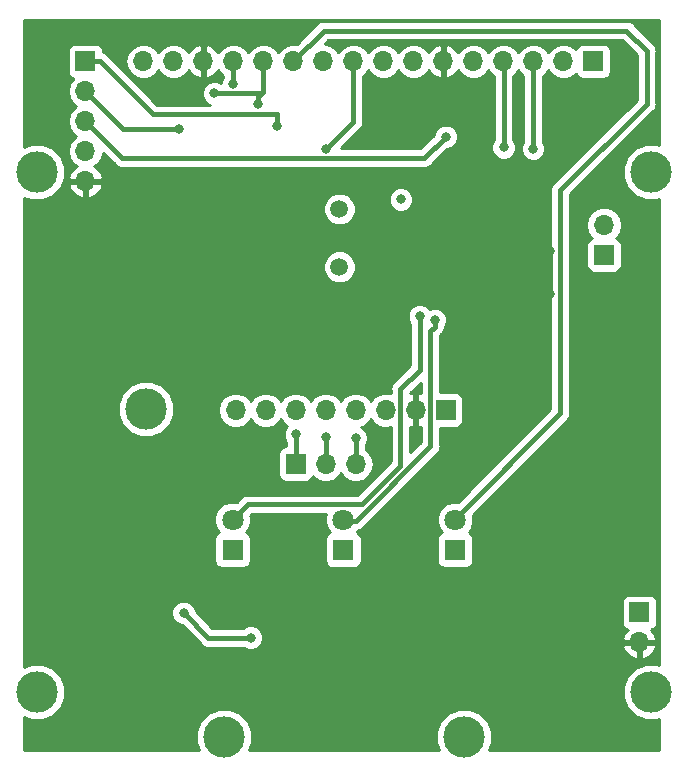
<source format=gbr>
G04 #@! TF.GenerationSoftware,KiCad,Pcbnew,(5.0.2)-1*
G04 #@! TF.CreationDate,2019-02-21T14:25:41+00:00*
G04 #@! TF.ProjectId,AircraftDataLogger,41697263-7261-4667-9444-6174614c6f67,rev?*
G04 #@! TF.SameCoordinates,Original*
G04 #@! TF.FileFunction,Copper,L2,Bot*
G04 #@! TF.FilePolarity,Positive*
%FSLAX46Y46*%
G04 Gerber Fmt 4.6, Leading zero omitted, Abs format (unit mm)*
G04 Created by KiCad (PCBNEW (5.0.2)-1) date 21/02/2019 14:25:41*
%MOMM*%
%LPD*%
G01*
G04 APERTURE LIST*
G04 #@! TA.AperFunction,ComponentPad*
%ADD10C,3.500000*%
G04 #@! TD*
G04 #@! TA.AperFunction,ComponentPad*
%ADD11C,1.800000*%
G04 #@! TD*
G04 #@! TA.AperFunction,ComponentPad*
%ADD12R,1.800000X1.800000*%
G04 #@! TD*
G04 #@! TA.AperFunction,ComponentPad*
%ADD13R,1.700000X1.700000*%
G04 #@! TD*
G04 #@! TA.AperFunction,ComponentPad*
%ADD14O,1.700000X1.700000*%
G04 #@! TD*
G04 #@! TA.AperFunction,ComponentPad*
%ADD15C,1.500000*%
G04 #@! TD*
G04 #@! TA.AperFunction,ViaPad*
%ADD16C,0.800000*%
G04 #@! TD*
G04 #@! TA.AperFunction,Conductor*
%ADD17C,0.400000*%
G04 #@! TD*
G04 #@! TA.AperFunction,Conductor*
%ADD18C,0.254000*%
G04 #@! TD*
G04 APERTURE END LIST*
D10*
G04 #@! TO.P,TL,1*
G04 #@! TO.N,N/C*
X52200000Y-59000000D03*
G04 #@! TD*
G04 #@! TO.P,uSDR,1*
G04 #@! TO.N,N/C*
X88360000Y-106800000D03*
G04 #@! TD*
G04 #@! TO.P,uSDL,1*
G04 #@! TO.N,N/C*
X68040000Y-106800000D03*
G04 #@! TD*
G04 #@! TO.P,BL,1*
G04 #@! TO.N,N/C*
X104200000Y-103000000D03*
G04 #@! TD*
G04 #@! TO.P,TR,1*
G04 #@! TO.N,N/C*
X104200000Y-59000000D03*
G04 #@! TD*
G04 #@! TO.P,GPS,1*
G04 #@! TO.N,N/C*
X61400000Y-79060000D03*
G04 #@! TD*
D11*
G04 #@! TO.P,D1,2*
G04 #@! TO.N,FIX*
X87600000Y-88410000D03*
D12*
G04 #@! TO.P,D1,1*
G04 #@! TO.N,Net-(D1-Pad1)*
X87600000Y-90950000D03*
G04 #@! TD*
G04 #@! TO.P,D2,1*
G04 #@! TO.N,Net-(D2-Pad1)*
X68750000Y-90950000D03*
D11*
G04 #@! TO.P,D2,2*
G04 #@! TO.N,STABLE*
X68750000Y-88410000D03*
G04 #@! TD*
D12*
G04 #@! TO.P,D3,1*
G04 #@! TO.N,Net-(D3-Pad1)*
X78124000Y-90964600D03*
D11*
G04 #@! TO.P,D3,2*
G04 #@! TO.N,REC*
X78124000Y-88424600D03*
G04 #@! TD*
D13*
G04 #@! TO.P,J1,1*
G04 #@! TO.N,Net-(J1-Pad1)*
X86800000Y-79130000D03*
D14*
G04 #@! TO.P,J1,2*
G04 #@! TO.N,GND*
X84260000Y-79130000D03*
G04 #@! TO.P,J1,3*
G04 #@! TO.N,3V3*
X81720000Y-79130000D03*
G04 #@! TO.P,J1,4*
G04 #@! TO.N,SCK*
X79180000Y-79130000D03*
G04 #@! TO.P,J1,5*
G04 #@! TO.N,MISO*
X76640000Y-79130000D03*
G04 #@! TO.P,J1,6*
G04 #@! TO.N,MOSI*
X74100000Y-79130000D03*
G04 #@! TO.P,J1,7*
G04 #@! TO.N,CS*
X71560000Y-79130000D03*
G04 #@! TO.P,J1,8*
G04 #@! TO.N,Net-(J1-Pad8)*
X69020000Y-79130000D03*
G04 #@! TD*
D15*
G04 #@! TO.P,Y1,1*
G04 #@! TO.N,Net-(C2-Pad2)*
X77800000Y-67000000D03*
G04 #@! TO.P,Y1,2*
G04 #@! TO.N,Net-(C1-Pad2)*
X77800000Y-62120000D03*
G04 #@! TD*
D10*
G04 #@! TO.P,BL,1*
G04 #@! TO.N,N/C*
X52200000Y-103000000D03*
G04 #@! TD*
D13*
G04 #@! TO.P,J2,1*
G04 #@! TO.N,Net-(J2-Pad1)*
X99300000Y-49600000D03*
D14*
G04 #@! TO.P,J2,2*
G04 #@! TO.N,Net-(J2-Pad2)*
X96760000Y-49600000D03*
G04 #@! TO.P,J2,3*
G04 #@! TO.N,SDA*
X94220000Y-49600000D03*
G04 #@! TO.P,J2,4*
G04 #@! TO.N,SCL*
X91680000Y-49600000D03*
G04 #@! TO.P,J2,5*
G04 #@! TO.N,3V3*
X89140000Y-49600000D03*
G04 #@! TO.P,J2,6*
G04 #@! TO.N,GND*
X86600000Y-49600000D03*
G04 #@! TO.P,J2,7*
G04 #@! TO.N,Net-(J2-Pad7)*
X84060000Y-49600000D03*
G04 #@! TO.P,J2,8*
G04 #@! TO.N,Net-(J2-Pad8)*
X81520000Y-49600000D03*
G04 #@! TO.P,J2,9*
G04 #@! TO.N,ENABLE*
X78980000Y-49600000D03*
G04 #@! TO.P,J2,10*
G04 #@! TO.N,Net-(J2-Pad10)*
X76440000Y-49600000D03*
G04 #@! TO.P,J2,11*
G04 #@! TO.N,FIX*
X73900000Y-49600000D03*
G04 #@! TO.P,J2,12*
G04 #@! TO.N,RXD*
X71360000Y-49600000D03*
G04 #@! TO.P,J2,13*
G04 #@! TO.N,TXD*
X68820000Y-49600000D03*
G04 #@! TO.P,J2,14*
G04 #@! TO.N,GND*
X66280000Y-49600000D03*
G04 #@! TO.P,J2,15*
G04 #@! TO.N,3V3*
X63740000Y-49600000D03*
G04 #@! TO.P,J2,16*
G04 #@! TO.N,Net-(J2-Pad16)*
X61200000Y-49600000D03*
G04 #@! TD*
G04 #@! TO.P,J4,2*
G04 #@! TO.N,Net-(J4-Pad2)*
X100200000Y-63460000D03*
D13*
G04 #@! TO.P,J4,1*
G04 #@! TO.N,3V3*
X100200000Y-66000000D03*
G04 #@! TD*
G04 #@! TO.P,J5,1*
G04 #@! TO.N,+9V*
X103200000Y-96260000D03*
D14*
G04 #@! TO.P,J5,2*
G04 #@! TO.N,GND*
X103200000Y-98800000D03*
G04 #@! TD*
D13*
G04 #@! TO.P,J6,1*
G04 #@! TO.N,MOSI*
X74100000Y-83700000D03*
D14*
G04 #@! TO.P,J6,2*
G04 #@! TO.N,MISO*
X76640000Y-83700000D03*
G04 #@! TO.P,J6,3*
G04 #@! TO.N,SCK*
X79180000Y-83700000D03*
G04 #@! TD*
D13*
G04 #@! TO.P,J3,1*
G04 #@! TO.N,TXD*
X56300000Y-49600000D03*
D14*
G04 #@! TO.P,J3,2*
G04 #@! TO.N,RXD*
X56300000Y-52140000D03*
G04 #@! TO.P,J3,3*
G04 #@! TO.N,RESET*
X56300000Y-54680000D03*
G04 #@! TO.P,J3,4*
G04 #@! TO.N,3V3*
X56300000Y-57220000D03*
G04 #@! TO.P,J3,5*
G04 #@! TO.N,GND*
X56300000Y-59760000D03*
G04 #@! TD*
D16*
G04 #@! TO.N,GND*
X95500000Y-99100000D03*
X64000000Y-98400000D03*
X70500000Y-64300000D03*
X95600000Y-65700000D03*
X95600000Y-69300000D03*
X100200000Y-72900000D03*
X82700000Y-63600000D03*
X97000000Y-83800000D03*
G04 #@! TO.N,3V3*
X83000000Y-61300000D03*
G04 #@! TO.N,STABLE*
X84600000Y-71200000D03*
G04 #@! TO.N,REC*
X85900000Y-71500000D03*
G04 #@! TO.N,RXD*
X70900000Y-53200000D03*
X64200000Y-55300000D03*
X67200000Y-52300000D03*
G04 #@! TO.N,TXD*
X72500000Y-55100000D03*
X68800000Y-51500000D03*
G04 #@! TO.N,MOSI*
X74100000Y-81200000D03*
G04 #@! TO.N,MISO*
X76700000Y-81400000D03*
G04 #@! TO.N,SCK*
X79200000Y-81500000D03*
G04 #@! TO.N,SDA*
X94200000Y-57000000D03*
G04 #@! TO.N,SCL*
X91700000Y-56900000D03*
G04 #@! TO.N,ENABLE*
X76700000Y-57000000D03*
X64600000Y-96300000D03*
X70300000Y-98400000D03*
G04 #@! TO.N,RESET*
X86800000Y-56000000D03*
G04 #@! TD*
D17*
G04 #@! TO.N,GND*
X69934315Y-64300000D02*
X67134315Y-67100000D01*
X70500000Y-64300000D02*
X69934315Y-64300000D01*
X67134315Y-67100000D02*
X56600000Y-67100000D01*
X95600000Y-65700000D02*
X95600000Y-66265685D01*
X95600000Y-66265685D02*
X95600000Y-69300000D01*
G04 #@! TO.N,FIX*
X73900000Y-49600000D02*
X76500000Y-47000000D01*
X76500000Y-47000000D02*
X102100000Y-47000000D01*
X102100000Y-47000000D02*
X103800000Y-48700000D01*
X103800000Y-48700000D02*
X103800000Y-53200000D01*
X103800000Y-53200000D02*
X96500000Y-60500000D01*
X96500000Y-60500000D02*
X96500000Y-79400000D01*
X96500000Y-79400000D02*
X87500000Y-88400000D01*
G04 #@! TO.N,STABLE*
X70035401Y-87124599D02*
X79675401Y-87124599D01*
X68750000Y-88410000D02*
X70035401Y-87124599D01*
X82970001Y-83829999D02*
X82970001Y-77329999D01*
X79675401Y-87124599D02*
X82970001Y-83829999D01*
X82970001Y-77329999D02*
X84600000Y-75700000D01*
X84600000Y-75700000D02*
X84600000Y-71200000D01*
G04 #@! TO.N,REC*
X85510001Y-72455684D02*
X85510001Y-82189999D01*
X85900000Y-71500000D02*
X85900000Y-72065685D01*
X85900000Y-72065685D02*
X85510001Y-72455684D01*
X85510001Y-82189999D02*
X79200000Y-88500000D01*
X79200000Y-88500000D02*
X78200000Y-88500000D01*
X78200000Y-88500000D02*
X78100000Y-88400000D01*
G04 #@! TO.N,RXD*
X56300000Y-52140000D02*
X59460000Y-55300000D01*
X59460000Y-55300000D02*
X64200000Y-55300000D01*
X70900000Y-52634315D02*
X71300000Y-52234315D01*
X70900000Y-53200000D02*
X70900000Y-52634315D01*
X71300000Y-52234315D02*
X71300000Y-49700000D01*
X71300000Y-49700000D02*
X71400000Y-49600000D01*
X71234315Y-52300000D02*
X71300000Y-52234315D01*
X67200000Y-52300000D02*
X71234315Y-52300000D01*
G04 #@! TO.N,TXD*
X62050000Y-54100000D02*
X72500000Y-54100000D01*
X57550000Y-49600000D02*
X62050000Y-54100000D01*
X56300000Y-49600000D02*
X57550000Y-49600000D01*
X72500000Y-55100000D02*
X72500000Y-54100000D01*
X68800000Y-51500000D02*
X68800000Y-50934315D01*
X68800000Y-50934315D02*
X68800000Y-49700000D01*
G04 #@! TO.N,MOSI*
X74100000Y-81200000D02*
X74100000Y-83700000D01*
G04 #@! TO.N,MISO*
X76700000Y-81400000D02*
X76700000Y-83600000D01*
X76700000Y-83600000D02*
X76600000Y-83700000D01*
G04 #@! TO.N,SCK*
X79200000Y-81500000D02*
X79200000Y-83700000D01*
G04 #@! TO.N,SDA*
X94200000Y-57000000D02*
X94200000Y-49600000D01*
G04 #@! TO.N,SCL*
X91700000Y-56900000D02*
X91700000Y-49700000D01*
G04 #@! TO.N,ENABLE*
X78980000Y-49600000D02*
X78980000Y-54720000D01*
X78980000Y-54720000D02*
X76700000Y-57000000D01*
X64600000Y-96300000D02*
X66700000Y-98400000D01*
X66700000Y-98400000D02*
X70300000Y-98400000D01*
G04 #@! TO.N,RESET*
X56300000Y-54680000D02*
X59420000Y-57800000D01*
X59420000Y-57800000D02*
X85000000Y-57800000D01*
X85000000Y-57800000D02*
X86800000Y-56000000D01*
G04 #@! TD*
D18*
G04 #@! TO.N,GND*
G36*
X104873000Y-56697261D02*
X104674406Y-56615000D01*
X103725594Y-56615000D01*
X102849006Y-56978095D01*
X102178095Y-57649006D01*
X101815000Y-58525594D01*
X101815000Y-59474406D01*
X102178095Y-60350994D01*
X102849006Y-61021905D01*
X103725594Y-61385000D01*
X104674406Y-61385000D01*
X104873000Y-61302739D01*
X104873000Y-100697260D01*
X104674406Y-100615000D01*
X103725594Y-100615000D01*
X102849006Y-100978095D01*
X102178095Y-101649006D01*
X101815000Y-102525594D01*
X101815000Y-103474406D01*
X102178095Y-104350994D01*
X102849006Y-105021905D01*
X103725594Y-105385000D01*
X104674406Y-105385000D01*
X104873000Y-105302740D01*
X104873000Y-107873000D01*
X90497054Y-107873000D01*
X90745000Y-107274406D01*
X90745000Y-106325594D01*
X90381905Y-105449006D01*
X89710994Y-104778095D01*
X88834406Y-104415000D01*
X87885594Y-104415000D01*
X87009006Y-104778095D01*
X86338095Y-105449006D01*
X85975000Y-106325594D01*
X85975000Y-107274406D01*
X86222946Y-107873000D01*
X70177054Y-107873000D01*
X70425000Y-107274406D01*
X70425000Y-106325594D01*
X70061905Y-105449006D01*
X69390994Y-104778095D01*
X68514406Y-104415000D01*
X67565594Y-104415000D01*
X66689006Y-104778095D01*
X66018095Y-105449006D01*
X65655000Y-106325594D01*
X65655000Y-107274406D01*
X65902946Y-107873000D01*
X51127000Y-107873000D01*
X51127000Y-105137054D01*
X51725594Y-105385000D01*
X52674406Y-105385000D01*
X53550994Y-105021905D01*
X54221905Y-104350994D01*
X54585000Y-103474406D01*
X54585000Y-102525594D01*
X54221905Y-101649006D01*
X53550994Y-100978095D01*
X52674406Y-100615000D01*
X51725594Y-100615000D01*
X51127000Y-100862946D01*
X51127000Y-96094126D01*
X63565000Y-96094126D01*
X63565000Y-96505874D01*
X63722569Y-96886280D01*
X64013720Y-97177431D01*
X64394126Y-97335000D01*
X64454133Y-97335000D01*
X66051417Y-98932285D01*
X66097999Y-99002001D01*
X66374199Y-99186552D01*
X66617763Y-99235000D01*
X66617766Y-99235000D01*
X66699999Y-99251357D01*
X66782232Y-99235000D01*
X69671289Y-99235000D01*
X69713720Y-99277431D01*
X70094126Y-99435000D01*
X70505874Y-99435000D01*
X70886280Y-99277431D01*
X71006821Y-99156890D01*
X101758524Y-99156890D01*
X101928355Y-99566924D01*
X102318642Y-99995183D01*
X102843108Y-100241486D01*
X103073000Y-100120819D01*
X103073000Y-98927000D01*
X103327000Y-98927000D01*
X103327000Y-100120819D01*
X103556892Y-100241486D01*
X104081358Y-99995183D01*
X104471645Y-99566924D01*
X104641476Y-99156890D01*
X104520155Y-98927000D01*
X103327000Y-98927000D01*
X103073000Y-98927000D01*
X101879845Y-98927000D01*
X101758524Y-99156890D01*
X71006821Y-99156890D01*
X71177431Y-98986280D01*
X71335000Y-98605874D01*
X71335000Y-98194126D01*
X71177431Y-97813720D01*
X70886280Y-97522569D01*
X70505874Y-97365000D01*
X70094126Y-97365000D01*
X69713720Y-97522569D01*
X69671289Y-97565000D01*
X67045869Y-97565000D01*
X65635000Y-96154133D01*
X65635000Y-96094126D01*
X65477431Y-95713720D01*
X65186280Y-95422569D01*
X65155936Y-95410000D01*
X101702560Y-95410000D01*
X101702560Y-97110000D01*
X101751843Y-97357765D01*
X101892191Y-97567809D01*
X102102235Y-97708157D01*
X102205708Y-97728739D01*
X101928355Y-98033076D01*
X101758524Y-98443110D01*
X101879845Y-98673000D01*
X103073000Y-98673000D01*
X103073000Y-98653000D01*
X103327000Y-98653000D01*
X103327000Y-98673000D01*
X104520155Y-98673000D01*
X104641476Y-98443110D01*
X104471645Y-98033076D01*
X104194292Y-97728739D01*
X104297765Y-97708157D01*
X104507809Y-97567809D01*
X104648157Y-97357765D01*
X104697440Y-97110000D01*
X104697440Y-95410000D01*
X104648157Y-95162235D01*
X104507809Y-94952191D01*
X104297765Y-94811843D01*
X104050000Y-94762560D01*
X102350000Y-94762560D01*
X102102235Y-94811843D01*
X101892191Y-94952191D01*
X101751843Y-95162235D01*
X101702560Y-95410000D01*
X65155936Y-95410000D01*
X64805874Y-95265000D01*
X64394126Y-95265000D01*
X64013720Y-95422569D01*
X63722569Y-95713720D01*
X63565000Y-96094126D01*
X51127000Y-96094126D01*
X51127000Y-90050000D01*
X67202560Y-90050000D01*
X67202560Y-91850000D01*
X67251843Y-92097765D01*
X67392191Y-92307809D01*
X67602235Y-92448157D01*
X67850000Y-92497440D01*
X69650000Y-92497440D01*
X69897765Y-92448157D01*
X70107809Y-92307809D01*
X70248157Y-92097765D01*
X70297440Y-91850000D01*
X70297440Y-90050000D01*
X70248157Y-89802235D01*
X70107809Y-89592191D01*
X69897765Y-89451843D01*
X69882092Y-89448725D01*
X70051310Y-89279507D01*
X70285000Y-88715330D01*
X70285000Y-88104670D01*
X70270706Y-88070162D01*
X70381269Y-87959599D01*
X76655138Y-87959599D01*
X76589000Y-88119270D01*
X76589000Y-88729930D01*
X76822690Y-89294107D01*
X76991908Y-89463325D01*
X76976235Y-89466443D01*
X76766191Y-89606791D01*
X76625843Y-89816835D01*
X76576560Y-90064600D01*
X76576560Y-91864600D01*
X76625843Y-92112365D01*
X76766191Y-92322409D01*
X76976235Y-92462757D01*
X77224000Y-92512040D01*
X79024000Y-92512040D01*
X79271765Y-92462757D01*
X79481809Y-92322409D01*
X79622157Y-92112365D01*
X79671440Y-91864600D01*
X79671440Y-90064600D01*
X79622157Y-89816835D01*
X79481809Y-89606791D01*
X79271765Y-89466443D01*
X79256092Y-89463325D01*
X79409789Y-89309628D01*
X79525801Y-89286552D01*
X79802001Y-89102001D01*
X79848587Y-89032280D01*
X86042284Y-82838584D01*
X86112002Y-82792000D01*
X86296553Y-82515800D01*
X86345001Y-82272236D01*
X86345001Y-82272232D01*
X86361358Y-82189999D01*
X86345001Y-82107766D01*
X86345001Y-80627440D01*
X87650000Y-80627440D01*
X87897765Y-80578157D01*
X88107809Y-80437809D01*
X88248157Y-80227765D01*
X88297440Y-79980000D01*
X88297440Y-78280000D01*
X88248157Y-78032235D01*
X88107809Y-77822191D01*
X87897765Y-77681843D01*
X87650000Y-77632560D01*
X86345001Y-77632560D01*
X86345001Y-72801551D01*
X86432280Y-72714272D01*
X86502001Y-72667686D01*
X86686552Y-72391486D01*
X86735000Y-72147922D01*
X86739770Y-72123941D01*
X86777431Y-72086280D01*
X86935000Y-71705874D01*
X86935000Y-71294126D01*
X86777431Y-70913720D01*
X86486280Y-70622569D01*
X86105874Y-70465000D01*
X85694126Y-70465000D01*
X85435738Y-70572027D01*
X85186280Y-70322569D01*
X84805874Y-70165000D01*
X84394126Y-70165000D01*
X84013720Y-70322569D01*
X83722569Y-70613720D01*
X83565000Y-70994126D01*
X83565000Y-71405874D01*
X83722569Y-71786280D01*
X83765001Y-71828712D01*
X83765000Y-75354132D01*
X82437719Y-76681414D01*
X82368001Y-76727998D01*
X82321417Y-76797716D01*
X82183449Y-77004199D01*
X82118644Y-77329999D01*
X82135002Y-77412237D01*
X82135002Y-77698457D01*
X81866256Y-77645000D01*
X81573744Y-77645000D01*
X81140582Y-77731161D01*
X80649375Y-78059375D01*
X80450000Y-78357761D01*
X80250625Y-78059375D01*
X79759418Y-77731161D01*
X79326256Y-77645000D01*
X79033744Y-77645000D01*
X78600582Y-77731161D01*
X78109375Y-78059375D01*
X77910000Y-78357761D01*
X77710625Y-78059375D01*
X77219418Y-77731161D01*
X76786256Y-77645000D01*
X76493744Y-77645000D01*
X76060582Y-77731161D01*
X75569375Y-78059375D01*
X75370000Y-78357761D01*
X75170625Y-78059375D01*
X74679418Y-77731161D01*
X74246256Y-77645000D01*
X73953744Y-77645000D01*
X73520582Y-77731161D01*
X73029375Y-78059375D01*
X72830000Y-78357761D01*
X72630625Y-78059375D01*
X72139418Y-77731161D01*
X71706256Y-77645000D01*
X71413744Y-77645000D01*
X70980582Y-77731161D01*
X70489375Y-78059375D01*
X70290000Y-78357761D01*
X70090625Y-78059375D01*
X69599418Y-77731161D01*
X69166256Y-77645000D01*
X68873744Y-77645000D01*
X68440582Y-77731161D01*
X67949375Y-78059375D01*
X67621161Y-78550582D01*
X67505908Y-79130000D01*
X67621161Y-79709418D01*
X67949375Y-80200625D01*
X68440582Y-80528839D01*
X68873744Y-80615000D01*
X69166256Y-80615000D01*
X69599418Y-80528839D01*
X70090625Y-80200625D01*
X70290000Y-79902239D01*
X70489375Y-80200625D01*
X70980582Y-80528839D01*
X71413744Y-80615000D01*
X71706256Y-80615000D01*
X72139418Y-80528839D01*
X72630625Y-80200625D01*
X72830000Y-79902239D01*
X73029375Y-80200625D01*
X73392819Y-80443470D01*
X73222569Y-80613720D01*
X73065000Y-80994126D01*
X73065000Y-81405874D01*
X73222569Y-81786280D01*
X73265000Y-81828711D01*
X73265000Y-82202560D01*
X73250000Y-82202560D01*
X73002235Y-82251843D01*
X72792191Y-82392191D01*
X72651843Y-82602235D01*
X72602560Y-82850000D01*
X72602560Y-84550000D01*
X72651843Y-84797765D01*
X72792191Y-85007809D01*
X73002235Y-85148157D01*
X73250000Y-85197440D01*
X74950000Y-85197440D01*
X75197765Y-85148157D01*
X75407809Y-85007809D01*
X75548157Y-84797765D01*
X75557184Y-84752381D01*
X75569375Y-84770625D01*
X76060582Y-85098839D01*
X76493744Y-85185000D01*
X76786256Y-85185000D01*
X77219418Y-85098839D01*
X77710625Y-84770625D01*
X77910000Y-84472239D01*
X78109375Y-84770625D01*
X78600582Y-85098839D01*
X79033744Y-85185000D01*
X79326256Y-85185000D01*
X79759418Y-85098839D01*
X80250625Y-84770625D01*
X80578839Y-84279418D01*
X80694092Y-83700000D01*
X80578839Y-83120582D01*
X80250625Y-82629375D01*
X80035000Y-82485299D01*
X80035000Y-82128711D01*
X80077431Y-82086280D01*
X80235000Y-81705874D01*
X80235000Y-81294126D01*
X80077431Y-80913720D01*
X79786280Y-80622569D01*
X79624693Y-80555637D01*
X79759418Y-80528839D01*
X80250625Y-80200625D01*
X80450000Y-79902239D01*
X80649375Y-80200625D01*
X81140582Y-80528839D01*
X81573744Y-80615000D01*
X81866256Y-80615000D01*
X82135002Y-80561543D01*
X82135001Y-83484131D01*
X79329534Y-86289599D01*
X70117638Y-86289599D01*
X70035401Y-86273241D01*
X69953164Y-86289599D01*
X69709600Y-86338047D01*
X69433400Y-86522598D01*
X69386816Y-86592316D01*
X69089838Y-86889294D01*
X69055330Y-86875000D01*
X68444670Y-86875000D01*
X67880493Y-87108690D01*
X67448690Y-87540493D01*
X67215000Y-88104670D01*
X67215000Y-88715330D01*
X67448690Y-89279507D01*
X67617908Y-89448725D01*
X67602235Y-89451843D01*
X67392191Y-89592191D01*
X67251843Y-89802235D01*
X67202560Y-90050000D01*
X51127000Y-90050000D01*
X51127000Y-78585594D01*
X59015000Y-78585594D01*
X59015000Y-79534406D01*
X59378095Y-80410994D01*
X60049006Y-81081905D01*
X60925594Y-81445000D01*
X61874406Y-81445000D01*
X62750994Y-81081905D01*
X63421905Y-80410994D01*
X63785000Y-79534406D01*
X63785000Y-78585594D01*
X63421905Y-77709006D01*
X62750994Y-77038095D01*
X61874406Y-76675000D01*
X60925594Y-76675000D01*
X60049006Y-77038095D01*
X59378095Y-77709006D01*
X59015000Y-78585594D01*
X51127000Y-78585594D01*
X51127000Y-66724506D01*
X76415000Y-66724506D01*
X76415000Y-67275494D01*
X76625853Y-67784540D01*
X77015460Y-68174147D01*
X77524506Y-68385000D01*
X78075494Y-68385000D01*
X78584540Y-68174147D01*
X78974147Y-67784540D01*
X79185000Y-67275494D01*
X79185000Y-66724506D01*
X78974147Y-66215460D01*
X78584540Y-65825853D01*
X78075494Y-65615000D01*
X77524506Y-65615000D01*
X77015460Y-65825853D01*
X76625853Y-66215460D01*
X76415000Y-66724506D01*
X51127000Y-66724506D01*
X51127000Y-61844506D01*
X76415000Y-61844506D01*
X76415000Y-62395494D01*
X76625853Y-62904540D01*
X77015460Y-63294147D01*
X77524506Y-63505000D01*
X78075494Y-63505000D01*
X78584540Y-63294147D01*
X78974147Y-62904540D01*
X79185000Y-62395494D01*
X79185000Y-61844506D01*
X78974147Y-61335460D01*
X78732813Y-61094126D01*
X81965000Y-61094126D01*
X81965000Y-61505874D01*
X82122569Y-61886280D01*
X82413720Y-62177431D01*
X82794126Y-62335000D01*
X83205874Y-62335000D01*
X83586280Y-62177431D01*
X83877431Y-61886280D01*
X84035000Y-61505874D01*
X84035000Y-61094126D01*
X83877431Y-60713720D01*
X83586280Y-60422569D01*
X83205874Y-60265000D01*
X82794126Y-60265000D01*
X82413720Y-60422569D01*
X82122569Y-60713720D01*
X81965000Y-61094126D01*
X78732813Y-61094126D01*
X78584540Y-60945853D01*
X78075494Y-60735000D01*
X77524506Y-60735000D01*
X77015460Y-60945853D01*
X76625853Y-61335460D01*
X76415000Y-61844506D01*
X51127000Y-61844506D01*
X51127000Y-61137054D01*
X51725594Y-61385000D01*
X52674406Y-61385000D01*
X53550994Y-61021905D01*
X54221905Y-60350994D01*
X54318874Y-60116890D01*
X54858524Y-60116890D01*
X55028355Y-60526924D01*
X55418642Y-60955183D01*
X55943108Y-61201486D01*
X56173000Y-61080819D01*
X56173000Y-59887000D01*
X56427000Y-59887000D01*
X56427000Y-61080819D01*
X56656892Y-61201486D01*
X57181358Y-60955183D01*
X57571645Y-60526924D01*
X57741476Y-60116890D01*
X57620155Y-59887000D01*
X56427000Y-59887000D01*
X56173000Y-59887000D01*
X54979845Y-59887000D01*
X54858524Y-60116890D01*
X54318874Y-60116890D01*
X54585000Y-59474406D01*
X54585000Y-58525594D01*
X54221905Y-57649006D01*
X53550994Y-56978095D01*
X52674406Y-56615000D01*
X51725594Y-56615000D01*
X51127000Y-56862946D01*
X51127000Y-52140000D01*
X54785908Y-52140000D01*
X54901161Y-52719418D01*
X55229375Y-53210625D01*
X55527761Y-53410000D01*
X55229375Y-53609375D01*
X54901161Y-54100582D01*
X54785908Y-54680000D01*
X54901161Y-55259418D01*
X55229375Y-55750625D01*
X55527761Y-55950000D01*
X55229375Y-56149375D01*
X54901161Y-56640582D01*
X54785908Y-57220000D01*
X54901161Y-57799418D01*
X55229375Y-58290625D01*
X55548478Y-58503843D01*
X55418642Y-58564817D01*
X55028355Y-58993076D01*
X54858524Y-59403110D01*
X54979845Y-59633000D01*
X56173000Y-59633000D01*
X56173000Y-59613000D01*
X56427000Y-59613000D01*
X56427000Y-59633000D01*
X57620155Y-59633000D01*
X57741476Y-59403110D01*
X57571645Y-58993076D01*
X57181358Y-58564817D01*
X57051522Y-58503843D01*
X57370625Y-58290625D01*
X57698839Y-57799418D01*
X57788383Y-57349251D01*
X58771417Y-58332286D01*
X58817999Y-58402001D01*
X59094199Y-58586552D01*
X59337763Y-58635000D01*
X59337766Y-58635000D01*
X59419999Y-58651357D01*
X59502232Y-58635000D01*
X84917767Y-58635000D01*
X85000000Y-58651357D01*
X85082233Y-58635000D01*
X85082237Y-58635000D01*
X85325801Y-58586552D01*
X85602001Y-58402001D01*
X85648587Y-58332280D01*
X86945868Y-57035000D01*
X87005874Y-57035000D01*
X87386280Y-56877431D01*
X87677431Y-56586280D01*
X87835000Y-56205874D01*
X87835000Y-55794126D01*
X87677431Y-55413720D01*
X87386280Y-55122569D01*
X87005874Y-54965000D01*
X86594126Y-54965000D01*
X86213720Y-55122569D01*
X85922569Y-55413720D01*
X85765000Y-55794126D01*
X85765000Y-55854132D01*
X84654133Y-56965000D01*
X77915867Y-56965000D01*
X79512283Y-55368585D01*
X79582001Y-55322001D01*
X79766552Y-55045801D01*
X79815000Y-54802237D01*
X79831358Y-54720000D01*
X79815000Y-54637763D01*
X79815000Y-50828065D01*
X80050625Y-50670625D01*
X80250000Y-50372239D01*
X80449375Y-50670625D01*
X80940582Y-50998839D01*
X81373744Y-51085000D01*
X81666256Y-51085000D01*
X82099418Y-50998839D01*
X82590625Y-50670625D01*
X82790000Y-50372239D01*
X82989375Y-50670625D01*
X83480582Y-50998839D01*
X83913744Y-51085000D01*
X84206256Y-51085000D01*
X84639418Y-50998839D01*
X85130625Y-50670625D01*
X85343843Y-50351522D01*
X85404817Y-50481358D01*
X85833076Y-50871645D01*
X86243110Y-51041476D01*
X86473000Y-50920155D01*
X86473000Y-49727000D01*
X86453000Y-49727000D01*
X86453000Y-49473000D01*
X86473000Y-49473000D01*
X86473000Y-48279845D01*
X86727000Y-48279845D01*
X86727000Y-49473000D01*
X86747000Y-49473000D01*
X86747000Y-49727000D01*
X86727000Y-49727000D01*
X86727000Y-50920155D01*
X86956890Y-51041476D01*
X87366924Y-50871645D01*
X87795183Y-50481358D01*
X87856157Y-50351522D01*
X88069375Y-50670625D01*
X88560582Y-50998839D01*
X88993744Y-51085000D01*
X89286256Y-51085000D01*
X89719418Y-50998839D01*
X90210625Y-50670625D01*
X90410000Y-50372239D01*
X90609375Y-50670625D01*
X90865001Y-50841429D01*
X90865000Y-56271289D01*
X90822569Y-56313720D01*
X90665000Y-56694126D01*
X90665000Y-57105874D01*
X90822569Y-57486280D01*
X91113720Y-57777431D01*
X91494126Y-57935000D01*
X91905874Y-57935000D01*
X92286280Y-57777431D01*
X92577431Y-57486280D01*
X92735000Y-57105874D01*
X92735000Y-56694126D01*
X92577431Y-56313720D01*
X92535000Y-56271289D01*
X92535000Y-50814701D01*
X92750625Y-50670625D01*
X92950000Y-50372239D01*
X93149375Y-50670625D01*
X93365001Y-50814702D01*
X93365000Y-56371289D01*
X93322569Y-56413720D01*
X93165000Y-56794126D01*
X93165000Y-57205874D01*
X93322569Y-57586280D01*
X93613720Y-57877431D01*
X93994126Y-58035000D01*
X94405874Y-58035000D01*
X94786280Y-57877431D01*
X95077431Y-57586280D01*
X95235000Y-57205874D01*
X95235000Y-56794126D01*
X95077431Y-56413720D01*
X95035000Y-56371289D01*
X95035000Y-50841428D01*
X95290625Y-50670625D01*
X95490000Y-50372239D01*
X95689375Y-50670625D01*
X96180582Y-50998839D01*
X96613744Y-51085000D01*
X96906256Y-51085000D01*
X97339418Y-50998839D01*
X97830625Y-50670625D01*
X97842816Y-50652381D01*
X97851843Y-50697765D01*
X97992191Y-50907809D01*
X98202235Y-51048157D01*
X98450000Y-51097440D01*
X100150000Y-51097440D01*
X100397765Y-51048157D01*
X100607809Y-50907809D01*
X100748157Y-50697765D01*
X100797440Y-50450000D01*
X100797440Y-48750000D01*
X100748157Y-48502235D01*
X100607809Y-48292191D01*
X100397765Y-48151843D01*
X100150000Y-48102560D01*
X98450000Y-48102560D01*
X98202235Y-48151843D01*
X97992191Y-48292191D01*
X97851843Y-48502235D01*
X97842816Y-48547619D01*
X97830625Y-48529375D01*
X97339418Y-48201161D01*
X96906256Y-48115000D01*
X96613744Y-48115000D01*
X96180582Y-48201161D01*
X95689375Y-48529375D01*
X95490000Y-48827761D01*
X95290625Y-48529375D01*
X94799418Y-48201161D01*
X94366256Y-48115000D01*
X94073744Y-48115000D01*
X93640582Y-48201161D01*
X93149375Y-48529375D01*
X92950000Y-48827761D01*
X92750625Y-48529375D01*
X92259418Y-48201161D01*
X91826256Y-48115000D01*
X91533744Y-48115000D01*
X91100582Y-48201161D01*
X90609375Y-48529375D01*
X90410000Y-48827761D01*
X90210625Y-48529375D01*
X89719418Y-48201161D01*
X89286256Y-48115000D01*
X88993744Y-48115000D01*
X88560582Y-48201161D01*
X88069375Y-48529375D01*
X87856157Y-48848478D01*
X87795183Y-48718642D01*
X87366924Y-48328355D01*
X86956890Y-48158524D01*
X86727000Y-48279845D01*
X86473000Y-48279845D01*
X86243110Y-48158524D01*
X85833076Y-48328355D01*
X85404817Y-48718642D01*
X85343843Y-48848478D01*
X85130625Y-48529375D01*
X84639418Y-48201161D01*
X84206256Y-48115000D01*
X83913744Y-48115000D01*
X83480582Y-48201161D01*
X82989375Y-48529375D01*
X82790000Y-48827761D01*
X82590625Y-48529375D01*
X82099418Y-48201161D01*
X81666256Y-48115000D01*
X81373744Y-48115000D01*
X80940582Y-48201161D01*
X80449375Y-48529375D01*
X80250000Y-48827761D01*
X80050625Y-48529375D01*
X79559418Y-48201161D01*
X79126256Y-48115000D01*
X78833744Y-48115000D01*
X78400582Y-48201161D01*
X77909375Y-48529375D01*
X77710000Y-48827761D01*
X77510625Y-48529375D01*
X77019418Y-48201161D01*
X76586256Y-48115000D01*
X76565869Y-48115000D01*
X76845869Y-47835000D01*
X101754133Y-47835000D01*
X102965000Y-49045868D01*
X102965001Y-52854131D01*
X95967720Y-59851413D01*
X95897999Y-59897999D01*
X95713448Y-60174200D01*
X95665000Y-60417764D01*
X95665000Y-60417767D01*
X95648643Y-60500000D01*
X95665000Y-60582233D01*
X95665001Y-79054131D01*
X87844133Y-86875000D01*
X87294670Y-86875000D01*
X86730493Y-87108690D01*
X86298690Y-87540493D01*
X86065000Y-88104670D01*
X86065000Y-88715330D01*
X86298690Y-89279507D01*
X86467908Y-89448725D01*
X86452235Y-89451843D01*
X86242191Y-89592191D01*
X86101843Y-89802235D01*
X86052560Y-90050000D01*
X86052560Y-91850000D01*
X86101843Y-92097765D01*
X86242191Y-92307809D01*
X86452235Y-92448157D01*
X86700000Y-92497440D01*
X88500000Y-92497440D01*
X88747765Y-92448157D01*
X88957809Y-92307809D01*
X89098157Y-92097765D01*
X89147440Y-91850000D01*
X89147440Y-90050000D01*
X89098157Y-89802235D01*
X88957809Y-89592191D01*
X88747765Y-89451843D01*
X88732092Y-89448725D01*
X88901310Y-89279507D01*
X89135000Y-88715330D01*
X89135000Y-88104670D01*
X89088488Y-87992379D01*
X97032283Y-80048585D01*
X97102001Y-80002001D01*
X97286552Y-79725801D01*
X97335000Y-79482237D01*
X97335000Y-79482234D01*
X97351357Y-79400001D01*
X97335000Y-79317768D01*
X97335000Y-63460000D01*
X98685908Y-63460000D01*
X98801161Y-64039418D01*
X99129375Y-64530625D01*
X99147619Y-64542816D01*
X99102235Y-64551843D01*
X98892191Y-64692191D01*
X98751843Y-64902235D01*
X98702560Y-65150000D01*
X98702560Y-66850000D01*
X98751843Y-67097765D01*
X98892191Y-67307809D01*
X99102235Y-67448157D01*
X99350000Y-67497440D01*
X101050000Y-67497440D01*
X101297765Y-67448157D01*
X101507809Y-67307809D01*
X101648157Y-67097765D01*
X101697440Y-66850000D01*
X101697440Y-65150000D01*
X101648157Y-64902235D01*
X101507809Y-64692191D01*
X101297765Y-64551843D01*
X101252381Y-64542816D01*
X101270625Y-64530625D01*
X101598839Y-64039418D01*
X101714092Y-63460000D01*
X101598839Y-62880582D01*
X101270625Y-62389375D01*
X100779418Y-62061161D01*
X100346256Y-61975000D01*
X100053744Y-61975000D01*
X99620582Y-62061161D01*
X99129375Y-62389375D01*
X98801161Y-62880582D01*
X98685908Y-63460000D01*
X97335000Y-63460000D01*
X97335000Y-60845867D01*
X104332283Y-53848585D01*
X104402001Y-53802001D01*
X104586552Y-53525801D01*
X104635000Y-53282237D01*
X104635000Y-53282234D01*
X104651357Y-53200001D01*
X104635000Y-53117768D01*
X104635000Y-48782232D01*
X104651357Y-48699999D01*
X104635000Y-48617764D01*
X104635000Y-48617763D01*
X104586552Y-48374199D01*
X104402001Y-48097999D01*
X104332283Y-48051415D01*
X102748587Y-46467720D01*
X102702001Y-46397999D01*
X102425801Y-46213448D01*
X102182237Y-46165000D01*
X102182233Y-46165000D01*
X102100000Y-46148643D01*
X102017767Y-46165000D01*
X76582232Y-46165000D01*
X76499999Y-46148643D01*
X76417766Y-46165000D01*
X76417763Y-46165000D01*
X76174199Y-46213448D01*
X75897999Y-46397999D01*
X75851417Y-46467715D01*
X74177939Y-48141193D01*
X74046256Y-48115000D01*
X73753744Y-48115000D01*
X73320582Y-48201161D01*
X72829375Y-48529375D01*
X72630000Y-48827761D01*
X72430625Y-48529375D01*
X71939418Y-48201161D01*
X71506256Y-48115000D01*
X71213744Y-48115000D01*
X70780582Y-48201161D01*
X70289375Y-48529375D01*
X70090000Y-48827761D01*
X69890625Y-48529375D01*
X69399418Y-48201161D01*
X68966256Y-48115000D01*
X68673744Y-48115000D01*
X68240582Y-48201161D01*
X67749375Y-48529375D01*
X67536157Y-48848478D01*
X67475183Y-48718642D01*
X67046924Y-48328355D01*
X66636890Y-48158524D01*
X66407000Y-48279845D01*
X66407000Y-49473000D01*
X66427000Y-49473000D01*
X66427000Y-49727000D01*
X66407000Y-49727000D01*
X66407000Y-50920155D01*
X66636890Y-51041476D01*
X67046924Y-50871645D01*
X67475183Y-50481358D01*
X67536157Y-50351522D01*
X67749375Y-50670625D01*
X67965000Y-50814701D01*
X67965000Y-50871289D01*
X67922569Y-50913720D01*
X67765000Y-51294126D01*
X67765000Y-51413755D01*
X67405874Y-51265000D01*
X66994126Y-51265000D01*
X66613720Y-51422569D01*
X66322569Y-51713720D01*
X66165000Y-52094126D01*
X66165000Y-52505874D01*
X66322569Y-52886280D01*
X66613720Y-53177431D01*
X66825131Y-53265000D01*
X62395868Y-53265000D01*
X58730868Y-49600000D01*
X59685908Y-49600000D01*
X59801161Y-50179418D01*
X60129375Y-50670625D01*
X60620582Y-50998839D01*
X61053744Y-51085000D01*
X61346256Y-51085000D01*
X61779418Y-50998839D01*
X62270625Y-50670625D01*
X62470000Y-50372239D01*
X62669375Y-50670625D01*
X63160582Y-50998839D01*
X63593744Y-51085000D01*
X63886256Y-51085000D01*
X64319418Y-50998839D01*
X64810625Y-50670625D01*
X65023843Y-50351522D01*
X65084817Y-50481358D01*
X65513076Y-50871645D01*
X65923110Y-51041476D01*
X66153000Y-50920155D01*
X66153000Y-49727000D01*
X66133000Y-49727000D01*
X66133000Y-49473000D01*
X66153000Y-49473000D01*
X66153000Y-48279845D01*
X65923110Y-48158524D01*
X65513076Y-48328355D01*
X65084817Y-48718642D01*
X65023843Y-48848478D01*
X64810625Y-48529375D01*
X64319418Y-48201161D01*
X63886256Y-48115000D01*
X63593744Y-48115000D01*
X63160582Y-48201161D01*
X62669375Y-48529375D01*
X62470000Y-48827761D01*
X62270625Y-48529375D01*
X61779418Y-48201161D01*
X61346256Y-48115000D01*
X61053744Y-48115000D01*
X60620582Y-48201161D01*
X60129375Y-48529375D01*
X59801161Y-49020582D01*
X59685908Y-49600000D01*
X58730868Y-49600000D01*
X58198587Y-49067720D01*
X58152001Y-48997999D01*
X57875801Y-48813448D01*
X57797440Y-48797861D01*
X57797440Y-48750000D01*
X57748157Y-48502235D01*
X57607809Y-48292191D01*
X57397765Y-48151843D01*
X57150000Y-48102560D01*
X55450000Y-48102560D01*
X55202235Y-48151843D01*
X54992191Y-48292191D01*
X54851843Y-48502235D01*
X54802560Y-48750000D01*
X54802560Y-50450000D01*
X54851843Y-50697765D01*
X54992191Y-50907809D01*
X55202235Y-51048157D01*
X55247619Y-51057184D01*
X55229375Y-51069375D01*
X54901161Y-51560582D01*
X54785908Y-52140000D01*
X51127000Y-52140000D01*
X51127000Y-46127000D01*
X104873000Y-46127000D01*
X104873000Y-56697261D01*
X104873000Y-56697261D01*
G37*
X104873000Y-56697261D02*
X104674406Y-56615000D01*
X103725594Y-56615000D01*
X102849006Y-56978095D01*
X102178095Y-57649006D01*
X101815000Y-58525594D01*
X101815000Y-59474406D01*
X102178095Y-60350994D01*
X102849006Y-61021905D01*
X103725594Y-61385000D01*
X104674406Y-61385000D01*
X104873000Y-61302739D01*
X104873000Y-100697260D01*
X104674406Y-100615000D01*
X103725594Y-100615000D01*
X102849006Y-100978095D01*
X102178095Y-101649006D01*
X101815000Y-102525594D01*
X101815000Y-103474406D01*
X102178095Y-104350994D01*
X102849006Y-105021905D01*
X103725594Y-105385000D01*
X104674406Y-105385000D01*
X104873000Y-105302740D01*
X104873000Y-107873000D01*
X90497054Y-107873000D01*
X90745000Y-107274406D01*
X90745000Y-106325594D01*
X90381905Y-105449006D01*
X89710994Y-104778095D01*
X88834406Y-104415000D01*
X87885594Y-104415000D01*
X87009006Y-104778095D01*
X86338095Y-105449006D01*
X85975000Y-106325594D01*
X85975000Y-107274406D01*
X86222946Y-107873000D01*
X70177054Y-107873000D01*
X70425000Y-107274406D01*
X70425000Y-106325594D01*
X70061905Y-105449006D01*
X69390994Y-104778095D01*
X68514406Y-104415000D01*
X67565594Y-104415000D01*
X66689006Y-104778095D01*
X66018095Y-105449006D01*
X65655000Y-106325594D01*
X65655000Y-107274406D01*
X65902946Y-107873000D01*
X51127000Y-107873000D01*
X51127000Y-105137054D01*
X51725594Y-105385000D01*
X52674406Y-105385000D01*
X53550994Y-105021905D01*
X54221905Y-104350994D01*
X54585000Y-103474406D01*
X54585000Y-102525594D01*
X54221905Y-101649006D01*
X53550994Y-100978095D01*
X52674406Y-100615000D01*
X51725594Y-100615000D01*
X51127000Y-100862946D01*
X51127000Y-96094126D01*
X63565000Y-96094126D01*
X63565000Y-96505874D01*
X63722569Y-96886280D01*
X64013720Y-97177431D01*
X64394126Y-97335000D01*
X64454133Y-97335000D01*
X66051417Y-98932285D01*
X66097999Y-99002001D01*
X66374199Y-99186552D01*
X66617763Y-99235000D01*
X66617766Y-99235000D01*
X66699999Y-99251357D01*
X66782232Y-99235000D01*
X69671289Y-99235000D01*
X69713720Y-99277431D01*
X70094126Y-99435000D01*
X70505874Y-99435000D01*
X70886280Y-99277431D01*
X71006821Y-99156890D01*
X101758524Y-99156890D01*
X101928355Y-99566924D01*
X102318642Y-99995183D01*
X102843108Y-100241486D01*
X103073000Y-100120819D01*
X103073000Y-98927000D01*
X103327000Y-98927000D01*
X103327000Y-100120819D01*
X103556892Y-100241486D01*
X104081358Y-99995183D01*
X104471645Y-99566924D01*
X104641476Y-99156890D01*
X104520155Y-98927000D01*
X103327000Y-98927000D01*
X103073000Y-98927000D01*
X101879845Y-98927000D01*
X101758524Y-99156890D01*
X71006821Y-99156890D01*
X71177431Y-98986280D01*
X71335000Y-98605874D01*
X71335000Y-98194126D01*
X71177431Y-97813720D01*
X70886280Y-97522569D01*
X70505874Y-97365000D01*
X70094126Y-97365000D01*
X69713720Y-97522569D01*
X69671289Y-97565000D01*
X67045869Y-97565000D01*
X65635000Y-96154133D01*
X65635000Y-96094126D01*
X65477431Y-95713720D01*
X65186280Y-95422569D01*
X65155936Y-95410000D01*
X101702560Y-95410000D01*
X101702560Y-97110000D01*
X101751843Y-97357765D01*
X101892191Y-97567809D01*
X102102235Y-97708157D01*
X102205708Y-97728739D01*
X101928355Y-98033076D01*
X101758524Y-98443110D01*
X101879845Y-98673000D01*
X103073000Y-98673000D01*
X103073000Y-98653000D01*
X103327000Y-98653000D01*
X103327000Y-98673000D01*
X104520155Y-98673000D01*
X104641476Y-98443110D01*
X104471645Y-98033076D01*
X104194292Y-97728739D01*
X104297765Y-97708157D01*
X104507809Y-97567809D01*
X104648157Y-97357765D01*
X104697440Y-97110000D01*
X104697440Y-95410000D01*
X104648157Y-95162235D01*
X104507809Y-94952191D01*
X104297765Y-94811843D01*
X104050000Y-94762560D01*
X102350000Y-94762560D01*
X102102235Y-94811843D01*
X101892191Y-94952191D01*
X101751843Y-95162235D01*
X101702560Y-95410000D01*
X65155936Y-95410000D01*
X64805874Y-95265000D01*
X64394126Y-95265000D01*
X64013720Y-95422569D01*
X63722569Y-95713720D01*
X63565000Y-96094126D01*
X51127000Y-96094126D01*
X51127000Y-90050000D01*
X67202560Y-90050000D01*
X67202560Y-91850000D01*
X67251843Y-92097765D01*
X67392191Y-92307809D01*
X67602235Y-92448157D01*
X67850000Y-92497440D01*
X69650000Y-92497440D01*
X69897765Y-92448157D01*
X70107809Y-92307809D01*
X70248157Y-92097765D01*
X70297440Y-91850000D01*
X70297440Y-90050000D01*
X70248157Y-89802235D01*
X70107809Y-89592191D01*
X69897765Y-89451843D01*
X69882092Y-89448725D01*
X70051310Y-89279507D01*
X70285000Y-88715330D01*
X70285000Y-88104670D01*
X70270706Y-88070162D01*
X70381269Y-87959599D01*
X76655138Y-87959599D01*
X76589000Y-88119270D01*
X76589000Y-88729930D01*
X76822690Y-89294107D01*
X76991908Y-89463325D01*
X76976235Y-89466443D01*
X76766191Y-89606791D01*
X76625843Y-89816835D01*
X76576560Y-90064600D01*
X76576560Y-91864600D01*
X76625843Y-92112365D01*
X76766191Y-92322409D01*
X76976235Y-92462757D01*
X77224000Y-92512040D01*
X79024000Y-92512040D01*
X79271765Y-92462757D01*
X79481809Y-92322409D01*
X79622157Y-92112365D01*
X79671440Y-91864600D01*
X79671440Y-90064600D01*
X79622157Y-89816835D01*
X79481809Y-89606791D01*
X79271765Y-89466443D01*
X79256092Y-89463325D01*
X79409789Y-89309628D01*
X79525801Y-89286552D01*
X79802001Y-89102001D01*
X79848587Y-89032280D01*
X86042284Y-82838584D01*
X86112002Y-82792000D01*
X86296553Y-82515800D01*
X86345001Y-82272236D01*
X86345001Y-82272232D01*
X86361358Y-82189999D01*
X86345001Y-82107766D01*
X86345001Y-80627440D01*
X87650000Y-80627440D01*
X87897765Y-80578157D01*
X88107809Y-80437809D01*
X88248157Y-80227765D01*
X88297440Y-79980000D01*
X88297440Y-78280000D01*
X88248157Y-78032235D01*
X88107809Y-77822191D01*
X87897765Y-77681843D01*
X87650000Y-77632560D01*
X86345001Y-77632560D01*
X86345001Y-72801551D01*
X86432280Y-72714272D01*
X86502001Y-72667686D01*
X86686552Y-72391486D01*
X86735000Y-72147922D01*
X86739770Y-72123941D01*
X86777431Y-72086280D01*
X86935000Y-71705874D01*
X86935000Y-71294126D01*
X86777431Y-70913720D01*
X86486280Y-70622569D01*
X86105874Y-70465000D01*
X85694126Y-70465000D01*
X85435738Y-70572027D01*
X85186280Y-70322569D01*
X84805874Y-70165000D01*
X84394126Y-70165000D01*
X84013720Y-70322569D01*
X83722569Y-70613720D01*
X83565000Y-70994126D01*
X83565000Y-71405874D01*
X83722569Y-71786280D01*
X83765001Y-71828712D01*
X83765000Y-75354132D01*
X82437719Y-76681414D01*
X82368001Y-76727998D01*
X82321417Y-76797716D01*
X82183449Y-77004199D01*
X82118644Y-77329999D01*
X82135002Y-77412237D01*
X82135002Y-77698457D01*
X81866256Y-77645000D01*
X81573744Y-77645000D01*
X81140582Y-77731161D01*
X80649375Y-78059375D01*
X80450000Y-78357761D01*
X80250625Y-78059375D01*
X79759418Y-77731161D01*
X79326256Y-77645000D01*
X79033744Y-77645000D01*
X78600582Y-77731161D01*
X78109375Y-78059375D01*
X77910000Y-78357761D01*
X77710625Y-78059375D01*
X77219418Y-77731161D01*
X76786256Y-77645000D01*
X76493744Y-77645000D01*
X76060582Y-77731161D01*
X75569375Y-78059375D01*
X75370000Y-78357761D01*
X75170625Y-78059375D01*
X74679418Y-77731161D01*
X74246256Y-77645000D01*
X73953744Y-77645000D01*
X73520582Y-77731161D01*
X73029375Y-78059375D01*
X72830000Y-78357761D01*
X72630625Y-78059375D01*
X72139418Y-77731161D01*
X71706256Y-77645000D01*
X71413744Y-77645000D01*
X70980582Y-77731161D01*
X70489375Y-78059375D01*
X70290000Y-78357761D01*
X70090625Y-78059375D01*
X69599418Y-77731161D01*
X69166256Y-77645000D01*
X68873744Y-77645000D01*
X68440582Y-77731161D01*
X67949375Y-78059375D01*
X67621161Y-78550582D01*
X67505908Y-79130000D01*
X67621161Y-79709418D01*
X67949375Y-80200625D01*
X68440582Y-80528839D01*
X68873744Y-80615000D01*
X69166256Y-80615000D01*
X69599418Y-80528839D01*
X70090625Y-80200625D01*
X70290000Y-79902239D01*
X70489375Y-80200625D01*
X70980582Y-80528839D01*
X71413744Y-80615000D01*
X71706256Y-80615000D01*
X72139418Y-80528839D01*
X72630625Y-80200625D01*
X72830000Y-79902239D01*
X73029375Y-80200625D01*
X73392819Y-80443470D01*
X73222569Y-80613720D01*
X73065000Y-80994126D01*
X73065000Y-81405874D01*
X73222569Y-81786280D01*
X73265000Y-81828711D01*
X73265000Y-82202560D01*
X73250000Y-82202560D01*
X73002235Y-82251843D01*
X72792191Y-82392191D01*
X72651843Y-82602235D01*
X72602560Y-82850000D01*
X72602560Y-84550000D01*
X72651843Y-84797765D01*
X72792191Y-85007809D01*
X73002235Y-85148157D01*
X73250000Y-85197440D01*
X74950000Y-85197440D01*
X75197765Y-85148157D01*
X75407809Y-85007809D01*
X75548157Y-84797765D01*
X75557184Y-84752381D01*
X75569375Y-84770625D01*
X76060582Y-85098839D01*
X76493744Y-85185000D01*
X76786256Y-85185000D01*
X77219418Y-85098839D01*
X77710625Y-84770625D01*
X77910000Y-84472239D01*
X78109375Y-84770625D01*
X78600582Y-85098839D01*
X79033744Y-85185000D01*
X79326256Y-85185000D01*
X79759418Y-85098839D01*
X80250625Y-84770625D01*
X80578839Y-84279418D01*
X80694092Y-83700000D01*
X80578839Y-83120582D01*
X80250625Y-82629375D01*
X80035000Y-82485299D01*
X80035000Y-82128711D01*
X80077431Y-82086280D01*
X80235000Y-81705874D01*
X80235000Y-81294126D01*
X80077431Y-80913720D01*
X79786280Y-80622569D01*
X79624693Y-80555637D01*
X79759418Y-80528839D01*
X80250625Y-80200625D01*
X80450000Y-79902239D01*
X80649375Y-80200625D01*
X81140582Y-80528839D01*
X81573744Y-80615000D01*
X81866256Y-80615000D01*
X82135002Y-80561543D01*
X82135001Y-83484131D01*
X79329534Y-86289599D01*
X70117638Y-86289599D01*
X70035401Y-86273241D01*
X69953164Y-86289599D01*
X69709600Y-86338047D01*
X69433400Y-86522598D01*
X69386816Y-86592316D01*
X69089838Y-86889294D01*
X69055330Y-86875000D01*
X68444670Y-86875000D01*
X67880493Y-87108690D01*
X67448690Y-87540493D01*
X67215000Y-88104670D01*
X67215000Y-88715330D01*
X67448690Y-89279507D01*
X67617908Y-89448725D01*
X67602235Y-89451843D01*
X67392191Y-89592191D01*
X67251843Y-89802235D01*
X67202560Y-90050000D01*
X51127000Y-90050000D01*
X51127000Y-78585594D01*
X59015000Y-78585594D01*
X59015000Y-79534406D01*
X59378095Y-80410994D01*
X60049006Y-81081905D01*
X60925594Y-81445000D01*
X61874406Y-81445000D01*
X62750994Y-81081905D01*
X63421905Y-80410994D01*
X63785000Y-79534406D01*
X63785000Y-78585594D01*
X63421905Y-77709006D01*
X62750994Y-77038095D01*
X61874406Y-76675000D01*
X60925594Y-76675000D01*
X60049006Y-77038095D01*
X59378095Y-77709006D01*
X59015000Y-78585594D01*
X51127000Y-78585594D01*
X51127000Y-66724506D01*
X76415000Y-66724506D01*
X76415000Y-67275494D01*
X76625853Y-67784540D01*
X77015460Y-68174147D01*
X77524506Y-68385000D01*
X78075494Y-68385000D01*
X78584540Y-68174147D01*
X78974147Y-67784540D01*
X79185000Y-67275494D01*
X79185000Y-66724506D01*
X78974147Y-66215460D01*
X78584540Y-65825853D01*
X78075494Y-65615000D01*
X77524506Y-65615000D01*
X77015460Y-65825853D01*
X76625853Y-66215460D01*
X76415000Y-66724506D01*
X51127000Y-66724506D01*
X51127000Y-61844506D01*
X76415000Y-61844506D01*
X76415000Y-62395494D01*
X76625853Y-62904540D01*
X77015460Y-63294147D01*
X77524506Y-63505000D01*
X78075494Y-63505000D01*
X78584540Y-63294147D01*
X78974147Y-62904540D01*
X79185000Y-62395494D01*
X79185000Y-61844506D01*
X78974147Y-61335460D01*
X78732813Y-61094126D01*
X81965000Y-61094126D01*
X81965000Y-61505874D01*
X82122569Y-61886280D01*
X82413720Y-62177431D01*
X82794126Y-62335000D01*
X83205874Y-62335000D01*
X83586280Y-62177431D01*
X83877431Y-61886280D01*
X84035000Y-61505874D01*
X84035000Y-61094126D01*
X83877431Y-60713720D01*
X83586280Y-60422569D01*
X83205874Y-60265000D01*
X82794126Y-60265000D01*
X82413720Y-60422569D01*
X82122569Y-60713720D01*
X81965000Y-61094126D01*
X78732813Y-61094126D01*
X78584540Y-60945853D01*
X78075494Y-60735000D01*
X77524506Y-60735000D01*
X77015460Y-60945853D01*
X76625853Y-61335460D01*
X76415000Y-61844506D01*
X51127000Y-61844506D01*
X51127000Y-61137054D01*
X51725594Y-61385000D01*
X52674406Y-61385000D01*
X53550994Y-61021905D01*
X54221905Y-60350994D01*
X54318874Y-60116890D01*
X54858524Y-60116890D01*
X55028355Y-60526924D01*
X55418642Y-60955183D01*
X55943108Y-61201486D01*
X56173000Y-61080819D01*
X56173000Y-59887000D01*
X56427000Y-59887000D01*
X56427000Y-61080819D01*
X56656892Y-61201486D01*
X57181358Y-60955183D01*
X57571645Y-60526924D01*
X57741476Y-60116890D01*
X57620155Y-59887000D01*
X56427000Y-59887000D01*
X56173000Y-59887000D01*
X54979845Y-59887000D01*
X54858524Y-60116890D01*
X54318874Y-60116890D01*
X54585000Y-59474406D01*
X54585000Y-58525594D01*
X54221905Y-57649006D01*
X53550994Y-56978095D01*
X52674406Y-56615000D01*
X51725594Y-56615000D01*
X51127000Y-56862946D01*
X51127000Y-52140000D01*
X54785908Y-52140000D01*
X54901161Y-52719418D01*
X55229375Y-53210625D01*
X55527761Y-53410000D01*
X55229375Y-53609375D01*
X54901161Y-54100582D01*
X54785908Y-54680000D01*
X54901161Y-55259418D01*
X55229375Y-55750625D01*
X55527761Y-55950000D01*
X55229375Y-56149375D01*
X54901161Y-56640582D01*
X54785908Y-57220000D01*
X54901161Y-57799418D01*
X55229375Y-58290625D01*
X55548478Y-58503843D01*
X55418642Y-58564817D01*
X55028355Y-58993076D01*
X54858524Y-59403110D01*
X54979845Y-59633000D01*
X56173000Y-59633000D01*
X56173000Y-59613000D01*
X56427000Y-59613000D01*
X56427000Y-59633000D01*
X57620155Y-59633000D01*
X57741476Y-59403110D01*
X57571645Y-58993076D01*
X57181358Y-58564817D01*
X57051522Y-58503843D01*
X57370625Y-58290625D01*
X57698839Y-57799418D01*
X57788383Y-57349251D01*
X58771417Y-58332286D01*
X58817999Y-58402001D01*
X59094199Y-58586552D01*
X59337763Y-58635000D01*
X59337766Y-58635000D01*
X59419999Y-58651357D01*
X59502232Y-58635000D01*
X84917767Y-58635000D01*
X85000000Y-58651357D01*
X85082233Y-58635000D01*
X85082237Y-58635000D01*
X85325801Y-58586552D01*
X85602001Y-58402001D01*
X85648587Y-58332280D01*
X86945868Y-57035000D01*
X87005874Y-57035000D01*
X87386280Y-56877431D01*
X87677431Y-56586280D01*
X87835000Y-56205874D01*
X87835000Y-55794126D01*
X87677431Y-55413720D01*
X87386280Y-55122569D01*
X87005874Y-54965000D01*
X86594126Y-54965000D01*
X86213720Y-55122569D01*
X85922569Y-55413720D01*
X85765000Y-55794126D01*
X85765000Y-55854132D01*
X84654133Y-56965000D01*
X77915867Y-56965000D01*
X79512283Y-55368585D01*
X79582001Y-55322001D01*
X79766552Y-55045801D01*
X79815000Y-54802237D01*
X79831358Y-54720000D01*
X79815000Y-54637763D01*
X79815000Y-50828065D01*
X80050625Y-50670625D01*
X80250000Y-50372239D01*
X80449375Y-50670625D01*
X80940582Y-50998839D01*
X81373744Y-51085000D01*
X81666256Y-51085000D01*
X82099418Y-50998839D01*
X82590625Y-50670625D01*
X82790000Y-50372239D01*
X82989375Y-50670625D01*
X83480582Y-50998839D01*
X83913744Y-51085000D01*
X84206256Y-51085000D01*
X84639418Y-50998839D01*
X85130625Y-50670625D01*
X85343843Y-50351522D01*
X85404817Y-50481358D01*
X85833076Y-50871645D01*
X86243110Y-51041476D01*
X86473000Y-50920155D01*
X86473000Y-49727000D01*
X86453000Y-49727000D01*
X86453000Y-49473000D01*
X86473000Y-49473000D01*
X86473000Y-48279845D01*
X86727000Y-48279845D01*
X86727000Y-49473000D01*
X86747000Y-49473000D01*
X86747000Y-49727000D01*
X86727000Y-49727000D01*
X86727000Y-50920155D01*
X86956890Y-51041476D01*
X87366924Y-50871645D01*
X87795183Y-50481358D01*
X87856157Y-50351522D01*
X88069375Y-50670625D01*
X88560582Y-50998839D01*
X88993744Y-51085000D01*
X89286256Y-51085000D01*
X89719418Y-50998839D01*
X90210625Y-50670625D01*
X90410000Y-50372239D01*
X90609375Y-50670625D01*
X90865001Y-50841429D01*
X90865000Y-56271289D01*
X90822569Y-56313720D01*
X90665000Y-56694126D01*
X90665000Y-57105874D01*
X90822569Y-57486280D01*
X91113720Y-57777431D01*
X91494126Y-57935000D01*
X91905874Y-57935000D01*
X92286280Y-57777431D01*
X92577431Y-57486280D01*
X92735000Y-57105874D01*
X92735000Y-56694126D01*
X92577431Y-56313720D01*
X92535000Y-56271289D01*
X92535000Y-50814701D01*
X92750625Y-50670625D01*
X92950000Y-50372239D01*
X93149375Y-50670625D01*
X93365001Y-50814702D01*
X93365000Y-56371289D01*
X93322569Y-56413720D01*
X93165000Y-56794126D01*
X93165000Y-57205874D01*
X93322569Y-57586280D01*
X93613720Y-57877431D01*
X93994126Y-58035000D01*
X94405874Y-58035000D01*
X94786280Y-57877431D01*
X95077431Y-57586280D01*
X95235000Y-57205874D01*
X95235000Y-56794126D01*
X95077431Y-56413720D01*
X95035000Y-56371289D01*
X95035000Y-50841428D01*
X95290625Y-50670625D01*
X95490000Y-50372239D01*
X95689375Y-50670625D01*
X96180582Y-50998839D01*
X96613744Y-51085000D01*
X96906256Y-51085000D01*
X97339418Y-50998839D01*
X97830625Y-50670625D01*
X97842816Y-50652381D01*
X97851843Y-50697765D01*
X97992191Y-50907809D01*
X98202235Y-51048157D01*
X98450000Y-51097440D01*
X100150000Y-51097440D01*
X100397765Y-51048157D01*
X100607809Y-50907809D01*
X100748157Y-50697765D01*
X100797440Y-50450000D01*
X100797440Y-48750000D01*
X100748157Y-48502235D01*
X100607809Y-48292191D01*
X100397765Y-48151843D01*
X100150000Y-48102560D01*
X98450000Y-48102560D01*
X98202235Y-48151843D01*
X97992191Y-48292191D01*
X97851843Y-48502235D01*
X97842816Y-48547619D01*
X97830625Y-48529375D01*
X97339418Y-48201161D01*
X96906256Y-48115000D01*
X96613744Y-48115000D01*
X96180582Y-48201161D01*
X95689375Y-48529375D01*
X95490000Y-48827761D01*
X95290625Y-48529375D01*
X94799418Y-48201161D01*
X94366256Y-48115000D01*
X94073744Y-48115000D01*
X93640582Y-48201161D01*
X93149375Y-48529375D01*
X92950000Y-48827761D01*
X92750625Y-48529375D01*
X92259418Y-48201161D01*
X91826256Y-48115000D01*
X91533744Y-48115000D01*
X91100582Y-48201161D01*
X90609375Y-48529375D01*
X90410000Y-48827761D01*
X90210625Y-48529375D01*
X89719418Y-48201161D01*
X89286256Y-48115000D01*
X88993744Y-48115000D01*
X88560582Y-48201161D01*
X88069375Y-48529375D01*
X87856157Y-48848478D01*
X87795183Y-48718642D01*
X87366924Y-48328355D01*
X86956890Y-48158524D01*
X86727000Y-48279845D01*
X86473000Y-48279845D01*
X86243110Y-48158524D01*
X85833076Y-48328355D01*
X85404817Y-48718642D01*
X85343843Y-48848478D01*
X85130625Y-48529375D01*
X84639418Y-48201161D01*
X84206256Y-48115000D01*
X83913744Y-48115000D01*
X83480582Y-48201161D01*
X82989375Y-48529375D01*
X82790000Y-48827761D01*
X82590625Y-48529375D01*
X82099418Y-48201161D01*
X81666256Y-48115000D01*
X81373744Y-48115000D01*
X80940582Y-48201161D01*
X80449375Y-48529375D01*
X80250000Y-48827761D01*
X80050625Y-48529375D01*
X79559418Y-48201161D01*
X79126256Y-48115000D01*
X78833744Y-48115000D01*
X78400582Y-48201161D01*
X77909375Y-48529375D01*
X77710000Y-48827761D01*
X77510625Y-48529375D01*
X77019418Y-48201161D01*
X76586256Y-48115000D01*
X76565869Y-48115000D01*
X76845869Y-47835000D01*
X101754133Y-47835000D01*
X102965000Y-49045868D01*
X102965001Y-52854131D01*
X95967720Y-59851413D01*
X95897999Y-59897999D01*
X95713448Y-60174200D01*
X95665000Y-60417764D01*
X95665000Y-60417767D01*
X95648643Y-60500000D01*
X95665000Y-60582233D01*
X95665001Y-79054131D01*
X87844133Y-86875000D01*
X87294670Y-86875000D01*
X86730493Y-87108690D01*
X86298690Y-87540493D01*
X86065000Y-88104670D01*
X86065000Y-88715330D01*
X86298690Y-89279507D01*
X86467908Y-89448725D01*
X86452235Y-89451843D01*
X86242191Y-89592191D01*
X86101843Y-89802235D01*
X86052560Y-90050000D01*
X86052560Y-91850000D01*
X86101843Y-92097765D01*
X86242191Y-92307809D01*
X86452235Y-92448157D01*
X86700000Y-92497440D01*
X88500000Y-92497440D01*
X88747765Y-92448157D01*
X88957809Y-92307809D01*
X89098157Y-92097765D01*
X89147440Y-91850000D01*
X89147440Y-90050000D01*
X89098157Y-89802235D01*
X88957809Y-89592191D01*
X88747765Y-89451843D01*
X88732092Y-89448725D01*
X88901310Y-89279507D01*
X89135000Y-88715330D01*
X89135000Y-88104670D01*
X89088488Y-87992379D01*
X97032283Y-80048585D01*
X97102001Y-80002001D01*
X97286552Y-79725801D01*
X97335000Y-79482237D01*
X97335000Y-79482234D01*
X97351357Y-79400001D01*
X97335000Y-79317768D01*
X97335000Y-63460000D01*
X98685908Y-63460000D01*
X98801161Y-64039418D01*
X99129375Y-64530625D01*
X99147619Y-64542816D01*
X99102235Y-64551843D01*
X98892191Y-64692191D01*
X98751843Y-64902235D01*
X98702560Y-65150000D01*
X98702560Y-66850000D01*
X98751843Y-67097765D01*
X98892191Y-67307809D01*
X99102235Y-67448157D01*
X99350000Y-67497440D01*
X101050000Y-67497440D01*
X101297765Y-67448157D01*
X101507809Y-67307809D01*
X101648157Y-67097765D01*
X101697440Y-66850000D01*
X101697440Y-65150000D01*
X101648157Y-64902235D01*
X101507809Y-64692191D01*
X101297765Y-64551843D01*
X101252381Y-64542816D01*
X101270625Y-64530625D01*
X101598839Y-64039418D01*
X101714092Y-63460000D01*
X101598839Y-62880582D01*
X101270625Y-62389375D01*
X100779418Y-62061161D01*
X100346256Y-61975000D01*
X100053744Y-61975000D01*
X99620582Y-62061161D01*
X99129375Y-62389375D01*
X98801161Y-62880582D01*
X98685908Y-63460000D01*
X97335000Y-63460000D01*
X97335000Y-60845867D01*
X104332283Y-53848585D01*
X104402001Y-53802001D01*
X104586552Y-53525801D01*
X104635000Y-53282237D01*
X104635000Y-53282234D01*
X104651357Y-53200001D01*
X104635000Y-53117768D01*
X104635000Y-48782232D01*
X104651357Y-48699999D01*
X104635000Y-48617764D01*
X104635000Y-48617763D01*
X104586552Y-48374199D01*
X104402001Y-48097999D01*
X104332283Y-48051415D01*
X102748587Y-46467720D01*
X102702001Y-46397999D01*
X102425801Y-46213448D01*
X102182237Y-46165000D01*
X102182233Y-46165000D01*
X102100000Y-46148643D01*
X102017767Y-46165000D01*
X76582232Y-46165000D01*
X76499999Y-46148643D01*
X76417766Y-46165000D01*
X76417763Y-46165000D01*
X76174199Y-46213448D01*
X75897999Y-46397999D01*
X75851417Y-46467715D01*
X74177939Y-48141193D01*
X74046256Y-48115000D01*
X73753744Y-48115000D01*
X73320582Y-48201161D01*
X72829375Y-48529375D01*
X72630000Y-48827761D01*
X72430625Y-48529375D01*
X71939418Y-48201161D01*
X71506256Y-48115000D01*
X71213744Y-48115000D01*
X70780582Y-48201161D01*
X70289375Y-48529375D01*
X70090000Y-48827761D01*
X69890625Y-48529375D01*
X69399418Y-48201161D01*
X68966256Y-48115000D01*
X68673744Y-48115000D01*
X68240582Y-48201161D01*
X67749375Y-48529375D01*
X67536157Y-48848478D01*
X67475183Y-48718642D01*
X67046924Y-48328355D01*
X66636890Y-48158524D01*
X66407000Y-48279845D01*
X66407000Y-49473000D01*
X66427000Y-49473000D01*
X66427000Y-49727000D01*
X66407000Y-49727000D01*
X66407000Y-50920155D01*
X66636890Y-51041476D01*
X67046924Y-50871645D01*
X67475183Y-50481358D01*
X67536157Y-50351522D01*
X67749375Y-50670625D01*
X67965000Y-50814701D01*
X67965000Y-50871289D01*
X67922569Y-50913720D01*
X67765000Y-51294126D01*
X67765000Y-51413755D01*
X67405874Y-51265000D01*
X66994126Y-51265000D01*
X66613720Y-51422569D01*
X66322569Y-51713720D01*
X66165000Y-52094126D01*
X66165000Y-52505874D01*
X66322569Y-52886280D01*
X66613720Y-53177431D01*
X66825131Y-53265000D01*
X62395868Y-53265000D01*
X58730868Y-49600000D01*
X59685908Y-49600000D01*
X59801161Y-50179418D01*
X60129375Y-50670625D01*
X60620582Y-50998839D01*
X61053744Y-51085000D01*
X61346256Y-51085000D01*
X61779418Y-50998839D01*
X62270625Y-50670625D01*
X62470000Y-50372239D01*
X62669375Y-50670625D01*
X63160582Y-50998839D01*
X63593744Y-51085000D01*
X63886256Y-51085000D01*
X64319418Y-50998839D01*
X64810625Y-50670625D01*
X65023843Y-50351522D01*
X65084817Y-50481358D01*
X65513076Y-50871645D01*
X65923110Y-51041476D01*
X66153000Y-50920155D01*
X66153000Y-49727000D01*
X66133000Y-49727000D01*
X66133000Y-49473000D01*
X66153000Y-49473000D01*
X66153000Y-48279845D01*
X65923110Y-48158524D01*
X65513076Y-48328355D01*
X65084817Y-48718642D01*
X65023843Y-48848478D01*
X64810625Y-48529375D01*
X64319418Y-48201161D01*
X63886256Y-48115000D01*
X63593744Y-48115000D01*
X63160582Y-48201161D01*
X62669375Y-48529375D01*
X62470000Y-48827761D01*
X62270625Y-48529375D01*
X61779418Y-48201161D01*
X61346256Y-48115000D01*
X61053744Y-48115000D01*
X60620582Y-48201161D01*
X60129375Y-48529375D01*
X59801161Y-49020582D01*
X59685908Y-49600000D01*
X58730868Y-49600000D01*
X58198587Y-49067720D01*
X58152001Y-48997999D01*
X57875801Y-48813448D01*
X57797440Y-48797861D01*
X57797440Y-48750000D01*
X57748157Y-48502235D01*
X57607809Y-48292191D01*
X57397765Y-48151843D01*
X57150000Y-48102560D01*
X55450000Y-48102560D01*
X55202235Y-48151843D01*
X54992191Y-48292191D01*
X54851843Y-48502235D01*
X54802560Y-48750000D01*
X54802560Y-50450000D01*
X54851843Y-50697765D01*
X54992191Y-50907809D01*
X55202235Y-51048157D01*
X55247619Y-51057184D01*
X55229375Y-51069375D01*
X54901161Y-51560582D01*
X54785908Y-52140000D01*
X51127000Y-52140000D01*
X51127000Y-46127000D01*
X104873000Y-46127000D01*
X104873000Y-56697261D01*
G36*
X84675002Y-77712593D02*
X84616890Y-77688524D01*
X84387000Y-77809845D01*
X84387000Y-79003000D01*
X84407000Y-79003000D01*
X84407000Y-79257000D01*
X84387000Y-79257000D01*
X84387000Y-80450155D01*
X84616890Y-80571476D01*
X84675002Y-80547407D01*
X84675002Y-81844130D01*
X83805001Y-82714131D01*
X83805001Y-80530840D01*
X83903110Y-80571476D01*
X84133000Y-80450155D01*
X84133000Y-79257000D01*
X84113000Y-79257000D01*
X84113000Y-79003000D01*
X84133000Y-79003000D01*
X84133000Y-77809845D01*
X83903110Y-77688524D01*
X83805001Y-77729160D01*
X83805001Y-77675866D01*
X84675001Y-76805866D01*
X84675002Y-77712593D01*
X84675002Y-77712593D01*
G37*
X84675002Y-77712593D02*
X84616890Y-77688524D01*
X84387000Y-77809845D01*
X84387000Y-79003000D01*
X84407000Y-79003000D01*
X84407000Y-79257000D01*
X84387000Y-79257000D01*
X84387000Y-80450155D01*
X84616890Y-80571476D01*
X84675002Y-80547407D01*
X84675002Y-81844130D01*
X83805001Y-82714131D01*
X83805001Y-80530840D01*
X83903110Y-80571476D01*
X84133000Y-80450155D01*
X84133000Y-79257000D01*
X84113000Y-79257000D01*
X84113000Y-79003000D01*
X84133000Y-79003000D01*
X84133000Y-77809845D01*
X83903110Y-77688524D01*
X83805001Y-77729160D01*
X83805001Y-77675866D01*
X84675001Y-76805866D01*
X84675002Y-77712593D01*
G04 #@! TD*
M02*

</source>
